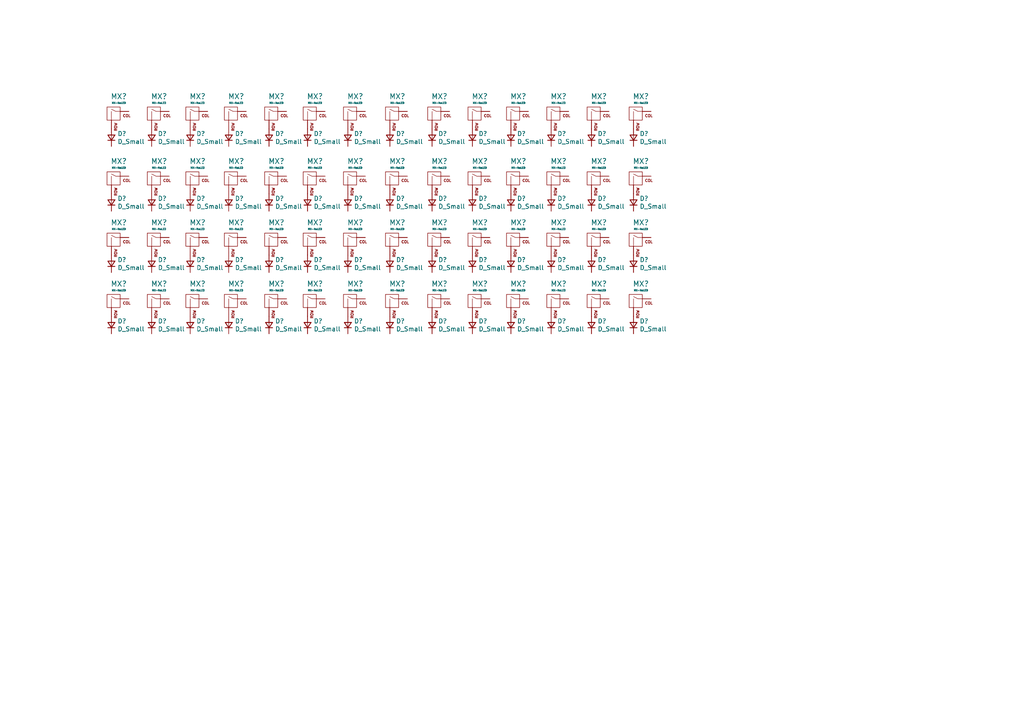
<source format=kicad_sch>
(kicad_sch (version 20200714) (host eeschema "(5.99.0-2318-gf1aa7e523)")
  (page 1 1)
  (paper "A4")
  (lib_symbols
    (symbol "mx:MX-NoLED"
      (property "Reference" "MX" (at -0.635 3.81 0))
      (property "Value" "MX-NoLED" (at -0.635 1.27 0))
      (symbol "MX-NoLED_0_0"
        (text "COL" (at 3.175 0 0) (effects (font (size 0.762 0.762))))
        (text "ROW" (at 0 -1.905 900) (effects (font (size 0.762 0.762)) (justify right)))
        (rectangle (start -2.54 2.54) (end 1.27 -1.27))
        (polyline (pts (xy -1.27 -1.27) (xy -1.27 1.27)) (stroke (width 0.127)))
        (polyline (pts (xy 1.27 1.27) (xy 0 1.27) (xy -1.27 1.905)) (stroke (width 0.127)))
      )
      (symbol "MX-NoLED_1_1"
        (pin passive line (at 3.81 1.27 180) (length 2.54) (name "COL") (number "1"))
        (pin passive line (at -1.27 -3.81 90) (length 2.54) (name "ROW") (number "2"))
      )
    )
    (symbol "res:D_Small" (pin_numbers hide) (pin_names (offset 0.254) hide)
      (property "Reference" "D" (at -1.27 2.032 0))
      (property "Value" "D_Small" (at -3.81 -2.032 0))
      (symbol "D_Small_0_1"
        (polyline (pts (xy -0.762 -1.016) (xy -0.762 1.016)) (stroke (width 0.254)))
        (polyline (pts (xy -0.762 0) (xy 0.762 0)))
        (polyline (pts (xy 0.762 -1.016) (xy -0.762 0) (xy 0.762 1.016) (xy 0.762 -1.016)) (stroke (width 0.254)))
      )
      (symbol "D_Small_1_1"
        (pin passive line (at -2.54 0 0) (length 1.778) (name "K") (number "1"))
        (pin passive line (at 2.54 0 180) (length 1.778) (name "A") (number "2"))
      )
    )
  )
  (symbol (lib_id "res:D_Small") (at 32.3088 39.9288 90) (unit 1)
    (property "Reference" "D?" (at 34.0869 38.7794 90) (effects (justify right)))
    (property "Value" "D_Small" (at 34.0869 41.0781 90) (effects (justify right)))
  )
  (symbol (lib_id "res:D_Small") (at 32.3088 58.7248 90) (unit 1)
    (property "Reference" "D?" (at 34.0869 57.5754 90) (effects (justify right)))
    (property "Value" "D_Small" (at 34.0869 59.8741 90) (effects (justify right)))
  )
  (symbol (lib_id "res:D_Small") (at 32.3088 76.5048 90) (unit 1)
    (property "Reference" "D?" (at 34.0869 75.3554 90) (effects (justify right)))
    (property "Value" "D_Small" (at 34.0869 77.6541 90) (effects (justify right)))
  )
  (symbol (lib_id "res:D_Small") (at 32.3088 94.2848 90) (unit 1)
    (property "Reference" "D?" (at 34.0869 93.1354 90) (effects (justify right)))
    (property "Value" "D_Small" (at 34.0869 95.4341 90) (effects (justify right)))
  )
  (symbol (lib_id "res:D_Small") (at 43.9928 39.9288 90) (unit 1)
    (property "Reference" "D?" (at 45.7709 38.7794 90) (effects (justify right)))
    (property "Value" "D_Small" (at 45.7709 41.0781 90) (effects (justify right)))
  )
  (symbol (lib_id "res:D_Small") (at 43.9928 58.7248 90) (unit 1)
    (property "Reference" "D?" (at 45.7709 57.5754 90) (effects (justify right)))
    (property "Value" "D_Small" (at 45.7709 59.8741 90) (effects (justify right)))
  )
  (symbol (lib_id "res:D_Small") (at 43.9928 76.5048 90) (unit 1)
    (property "Reference" "D?" (at 45.7709 75.3554 90) (effects (justify right)))
    (property "Value" "D_Small" (at 45.7709 77.6541 90) (effects (justify right)))
  )
  (symbol (lib_id "res:D_Small") (at 43.9928 94.2848 90) (unit 1)
    (property "Reference" "D?" (at 45.7709 93.1354 90) (effects (justify right)))
    (property "Value" "D_Small" (at 45.7709 95.4341 90) (effects (justify right)))
  )
  (symbol (lib_id "res:D_Small") (at 55.1688 39.9288 90) (unit 1)
    (property "Reference" "D?" (at 56.9469 38.7794 90) (effects (justify right)))
    (property "Value" "D_Small" (at 56.9469 41.0781 90) (effects (justify right)))
  )
  (symbol (lib_id "res:D_Small") (at 55.1688 58.7248 90) (unit 1)
    (property "Reference" "D?" (at 56.9469 57.5754 90) (effects (justify right)))
    (property "Value" "D_Small" (at 56.9469 59.8741 90) (effects (justify right)))
  )
  (symbol (lib_id "res:D_Small") (at 55.1688 76.5048 90) (unit 1)
    (property "Reference" "D?" (at 56.9469 75.3554 90) (effects (justify right)))
    (property "Value" "D_Small" (at 56.9469 77.6541 90) (effects (justify right)))
  )
  (symbol (lib_id "res:D_Small") (at 55.1688 94.2848 90) (unit 1)
    (property "Reference" "D?" (at 56.9469 93.1354 90) (effects (justify right)))
    (property "Value" "D_Small" (at 56.9469 95.4341 90) (effects (justify right)))
  )
  (symbol (lib_id "res:D_Small") (at 66.3448 39.9288 90) (unit 1)
    (property "Reference" "D?" (at 68.1229 38.7794 90) (effects (justify right)))
    (property "Value" "D_Small" (at 68.1229 41.0781 90) (effects (justify right)))
  )
  (symbol (lib_id "res:D_Small") (at 66.3448 58.7248 90) (unit 1)
    (property "Reference" "D?" (at 68.1229 57.5754 90) (effects (justify right)))
    (property "Value" "D_Small" (at 68.1229 59.8741 90) (effects (justify right)))
  )
  (symbol (lib_id "res:D_Small") (at 66.3448 76.5048 90) (unit 1)
    (property "Reference" "D?" (at 68.1229 75.3554 90) (effects (justify right)))
    (property "Value" "D_Small" (at 68.1229 77.6541 90) (effects (justify right)))
  )
  (symbol (lib_id "res:D_Small") (at 66.3448 94.2848 90) (unit 1)
    (property "Reference" "D?" (at 68.1229 93.1354 90) (effects (justify right)))
    (property "Value" "D_Small" (at 68.1229 95.4341 90) (effects (justify right)))
  )
  (symbol (lib_id "res:D_Small") (at 78.0288 39.9288 90) (unit 1)
    (property "Reference" "D?" (at 79.8069 38.7794 90) (effects (justify right)))
    (property "Value" "D_Small" (at 79.8069 41.0781 90) (effects (justify right)))
  )
  (symbol (lib_id "res:D_Small") (at 78.0288 58.7248 90) (unit 1)
    (property "Reference" "D?" (at 79.8069 57.5754 90) (effects (justify right)))
    (property "Value" "D_Small" (at 79.8069 59.8741 90) (effects (justify right)))
  )
  (symbol (lib_id "res:D_Small") (at 78.0288 76.5048 90) (unit 1)
    (property "Reference" "D?" (at 79.8069 75.3554 90) (effects (justify right)))
    (property "Value" "D_Small" (at 79.8069 77.6541 90) (effects (justify right)))
  )
  (symbol (lib_id "res:D_Small") (at 78.0288 94.2848 90) (unit 1)
    (property "Reference" "D?" (at 79.8069 93.1354 90) (effects (justify right)))
    (property "Value" "D_Small" (at 79.8069 95.4341 90) (effects (justify right)))
  )
  (symbol (lib_id "res:D_Small") (at 89.2048 39.9288 90) (unit 1)
    (property "Reference" "D?" (at 90.9829 38.7794 90) (effects (justify right)))
    (property "Value" "D_Small" (at 90.9829 41.0781 90) (effects (justify right)))
  )
  (symbol (lib_id "res:D_Small") (at 89.2048 58.7248 90) (unit 1)
    (property "Reference" "D?" (at 90.9829 57.5754 90) (effects (justify right)))
    (property "Value" "D_Small" (at 90.9829 59.8741 90) (effects (justify right)))
  )
  (symbol (lib_id "res:D_Small") (at 89.2048 76.5048 90) (unit 1)
    (property "Reference" "D?" (at 90.9829 75.3554 90) (effects (justify right)))
    (property "Value" "D_Small" (at 90.9829 77.6541 90) (effects (justify right)))
  )
  (symbol (lib_id "res:D_Small") (at 89.2048 94.2848 90) (unit 1)
    (property "Reference" "D?" (at 90.9829 93.1354 90) (effects (justify right)))
    (property "Value" "D_Small" (at 90.9829 95.4341 90) (effects (justify right)))
  )
  (symbol (lib_id "res:D_Small") (at 100.8888 39.9288 90) (unit 1)
    (property "Reference" "D?" (at 102.6669 38.7794 90) (effects (justify right)))
    (property "Value" "D_Small" (at 102.6669 41.0781 90) (effects (justify right)))
  )
  (symbol (lib_id "res:D_Small") (at 100.8888 58.7248 90) (unit 1)
    (property "Reference" "D?" (at 102.6669 57.5754 90) (effects (justify right)))
    (property "Value" "D_Small" (at 102.6669 59.8741 90) (effects (justify right)))
  )
  (symbol (lib_id "res:D_Small") (at 100.8888 76.5048 90) (unit 1)
    (property "Reference" "D?" (at 102.6669 75.3554 90) (effects (justify right)))
    (property "Value" "D_Small" (at 102.6669 77.6541 90) (effects (justify right)))
  )
  (symbol (lib_id "res:D_Small") (at 100.8888 94.2848 90) (unit 1)
    (property "Reference" "D?" (at 102.6669 93.1354 90) (effects (justify right)))
    (property "Value" "D_Small" (at 102.6669 95.4341 90) (effects (justify right)))
  )
  (symbol (lib_id "res:D_Small") (at 113.0808 39.9288 90) (unit 1)
    (property "Reference" "D?" (at 114.8589 38.7794 90) (effects (justify right)))
    (property "Value" "D_Small" (at 114.8589 41.0781 90) (effects (justify right)))
  )
  (symbol (lib_id "res:D_Small") (at 113.0808 58.7248 90) (unit 1)
    (property "Reference" "D?" (at 114.8589 57.5754 90) (effects (justify right)))
    (property "Value" "D_Small" (at 114.8589 59.8741 90) (effects (justify right)))
  )
  (symbol (lib_id "res:D_Small") (at 113.0808 76.5048 90) (unit 1)
    (property "Reference" "D?" (at 114.8589 75.3554 90) (effects (justify right)))
    (property "Value" "D_Small" (at 114.8589 77.6541 90) (effects (justify right)))
  )
  (symbol (lib_id "res:D_Small") (at 113.0808 94.2848 90) (unit 1)
    (property "Reference" "D?" (at 114.8589 93.1354 90) (effects (justify right)))
    (property "Value" "D_Small" (at 114.8589 95.4341 90) (effects (justify right)))
  )
  (symbol (lib_id "res:D_Small") (at 125.3236 39.9288 90) (unit 1)
    (property "Reference" "D?" (at 127.1017 38.7794 90) (effects (justify right)))
    (property "Value" "D_Small" (at 127.1017 41.0781 90) (effects (justify right)))
  )
  (symbol (lib_id "res:D_Small") (at 125.3236 58.7248 90) (unit 1)
    (property "Reference" "D?" (at 127.1017 57.5754 90) (effects (justify right)))
    (property "Value" "D_Small" (at 127.1017 59.8741 90) (effects (justify right)))
  )
  (symbol (lib_id "res:D_Small") (at 125.3236 76.5048 90) (unit 1)
    (property "Reference" "D?" (at 127.1017 75.3554 90) (effects (justify right)))
    (property "Value" "D_Small" (at 127.1017 77.6541 90) (effects (justify right)))
  )
  (symbol (lib_id "res:D_Small") (at 125.3236 94.2848 90) (unit 1)
    (property "Reference" "D?" (at 127.1017 93.1354 90) (effects (justify right)))
    (property "Value" "D_Small" (at 127.1017 95.4341 90) (effects (justify right)))
  )
  (symbol (lib_id "res:D_Small") (at 137.0076 39.9288 90) (unit 1)
    (property "Reference" "D?" (at 138.7857 38.7794 90) (effects (justify right)))
    (property "Value" "D_Small" (at 138.7857 41.0781 90) (effects (justify right)))
  )
  (symbol (lib_id "res:D_Small") (at 137.0076 58.7248 90) (unit 1)
    (property "Reference" "D?" (at 138.7857 57.5754 90) (effects (justify right)))
    (property "Value" "D_Small" (at 138.7857 59.8741 90) (effects (justify right)))
  )
  (symbol (lib_id "res:D_Small") (at 137.0076 76.5048 90) (unit 1)
    (property "Reference" "D?" (at 138.7857 75.3554 90) (effects (justify right)))
    (property "Value" "D_Small" (at 138.7857 77.6541 90) (effects (justify right)))
  )
  (symbol (lib_id "res:D_Small") (at 137.0076 94.2848 90) (unit 1)
    (property "Reference" "D?" (at 138.7857 93.1354 90) (effects (justify right)))
    (property "Value" "D_Small" (at 138.7857 95.4341 90) (effects (justify right)))
  )
  (symbol (lib_id "res:D_Small") (at 148.1836 39.9288 90) (unit 1)
    (property "Reference" "D?" (at 149.9617 38.7794 90) (effects (justify right)))
    (property "Value" "D_Small" (at 149.9617 41.0781 90) (effects (justify right)))
  )
  (symbol (lib_id "res:D_Small") (at 148.1836 58.7248 90) (unit 1)
    (property "Reference" "D?" (at 149.9617 57.5754 90) (effects (justify right)))
    (property "Value" "D_Small" (at 149.9617 59.8741 90) (effects (justify right)))
  )
  (symbol (lib_id "res:D_Small") (at 148.1836 76.5048 90) (unit 1)
    (property "Reference" "D?" (at 149.9617 75.3554 90) (effects (justify right)))
    (property "Value" "D_Small" (at 149.9617 77.6541 90) (effects (justify right)))
  )
  (symbol (lib_id "res:D_Small") (at 148.1836 94.2848 90) (unit 1)
    (property "Reference" "D?" (at 149.9617 93.1354 90) (effects (justify right)))
    (property "Value" "D_Small" (at 149.9617 95.4341 90) (effects (justify right)))
  )
  (symbol (lib_id "res:D_Small") (at 159.8676 39.9288 90) (unit 1)
    (property "Reference" "D?" (at 161.6457 38.7794 90) (effects (justify right)))
    (property "Value" "D_Small" (at 161.6457 41.0781 90) (effects (justify right)))
  )
  (symbol (lib_id "res:D_Small") (at 159.8676 58.7248 90) (unit 1)
    (property "Reference" "D?" (at 161.6457 57.5754 90) (effects (justify right)))
    (property "Value" "D_Small" (at 161.6457 59.8741 90) (effects (justify right)))
  )
  (symbol (lib_id "res:D_Small") (at 159.8676 76.5048 90) (unit 1)
    (property "Reference" "D?" (at 161.6457 75.3554 90) (effects (justify right)))
    (property "Value" "D_Small" (at 161.6457 77.6541 90) (effects (justify right)))
  )
  (symbol (lib_id "res:D_Small") (at 159.8676 94.2848 90) (unit 1)
    (property "Reference" "D?" (at 161.6457 93.1354 90) (effects (justify right)))
    (property "Value" "D_Small" (at 161.6457 95.4341 90) (effects (justify right)))
  )
  (symbol (lib_id "res:D_Small") (at 171.5516 39.9288 90) (unit 1)
    (property "Reference" "D?" (at 173.3297 38.7794 90) (effects (justify right)))
    (property "Value" "D_Small" (at 173.3297 41.0781 90) (effects (justify right)))
  )
  (symbol (lib_id "res:D_Small") (at 171.5516 58.7248 90) (unit 1)
    (property "Reference" "D?" (at 173.3297 57.5754 90) (effects (justify right)))
    (property "Value" "D_Small" (at 173.3297 59.8741 90) (effects (justify right)))
  )
  (symbol (lib_id "res:D_Small") (at 171.5516 76.5048 90) (unit 1)
    (property "Reference" "D?" (at 173.3297 75.3554 90) (effects (justify right)))
    (property "Value" "D_Small" (at 173.3297 77.6541 90) (effects (justify right)))
  )
  (symbol (lib_id "res:D_Small") (at 171.5516 94.2848 90) (unit 1)
    (property "Reference" "D?" (at 173.3297 93.1354 90) (effects (justify right)))
    (property "Value" "D_Small" (at 173.3297 95.4341 90) (effects (justify right)))
  )
  (symbol (lib_id "res:D_Small") (at 183.7436 39.9288 90) (unit 1)
    (property "Reference" "D?" (at 185.5217 38.7794 90) (effects (justify right)))
    (property "Value" "D_Small" (at 185.5217 41.0781 90) (effects (justify right)))
  )
  (symbol (lib_id "res:D_Small") (at 183.7436 58.7248 90) (unit 1)
    (property "Reference" "D?" (at 185.5217 57.5754 90) (effects (justify right)))
    (property "Value" "D_Small" (at 185.5217 59.8741 90) (effects (justify right)))
  )
  (symbol (lib_id "res:D_Small") (at 183.7436 76.5048 90) (unit 1)
    (property "Reference" "D?" (at 185.5217 75.3554 90) (effects (justify right)))
    (property "Value" "D_Small" (at 185.5217 77.6541 90) (effects (justify right)))
  )
  (symbol (lib_id "res:D_Small") (at 183.7436 94.2848 90) (unit 1)
    (property "Reference" "D?" (at 185.5217 93.1354 90) (effects (justify right)))
    (property "Value" "D_Small" (at 185.5217 95.4341 90) (effects (justify right)))
  )
  (symbol (lib_id "mx:MX-NoLED") (at 33.5788 33.5788 0) (unit 1)
    (property "Reference" "MX?" (at 34.4643 27.978 0) (effects (font (size 1.524 1.524))))
    (property "Value" "MX-NoLED" (at 34.4643 29.8677 0) (effects (font (size 0.508 0.508))))
  )
  (symbol (lib_id "mx:MX-NoLED") (at 33.5788 52.3748 0) (unit 1)
    (property "Reference" "MX?" (at 34.4643 46.774 0) (effects (font (size 1.524 1.524))))
    (property "Value" "MX-NoLED" (at 34.4643 48.6637 0) (effects (font (size 0.508 0.508))))
  )
  (symbol (lib_id "mx:MX-NoLED") (at 33.5788 70.1548 0) (unit 1)
    (property "Reference" "MX?" (at 34.4643 64.554 0) (effects (font (size 1.524 1.524))))
    (property "Value" "MX-NoLED" (at 34.4643 66.4437 0) (effects (font (size 0.508 0.508))))
  )
  (symbol (lib_id "mx:MX-NoLED") (at 33.5788 87.9348 0) (unit 1)
    (property "Reference" "MX?" (at 34.4643 82.334 0) (effects (font (size 1.524 1.524))))
    (property "Value" "MX-NoLED" (at 34.4643 84.2237 0) (effects (font (size 0.508 0.508))))
  )
  (symbol (lib_id "mx:MX-NoLED") (at 45.2628 33.5788 0) (unit 1)
    (property "Reference" "MX?" (at 46.1483 27.978 0) (effects (font (size 1.524 1.524))))
    (property "Value" "MX-NoLED" (at 46.1483 29.8677 0) (effects (font (size 0.508 0.508))))
  )
  (symbol (lib_id "mx:MX-NoLED") (at 45.2628 52.3748 0) (unit 1)
    (property "Reference" "MX?" (at 46.1483 46.774 0) (effects (font (size 1.524 1.524))))
    (property "Value" "MX-NoLED" (at 46.1483 48.6637 0) (effects (font (size 0.508 0.508))))
  )
  (symbol (lib_id "mx:MX-NoLED") (at 45.2628 70.1548 0) (unit 1)
    (property "Reference" "MX?" (at 46.1483 64.554 0) (effects (font (size 1.524 1.524))))
    (property "Value" "MX-NoLED" (at 46.1483 66.4437 0) (effects (font (size 0.508 0.508))))
  )
  (symbol (lib_id "mx:MX-NoLED") (at 45.2628 87.9348 0) (unit 1)
    (property "Reference" "MX?" (at 46.1483 82.334 0) (effects (font (size 1.524 1.524))))
    (property "Value" "MX-NoLED" (at 46.1483 84.2237 0) (effects (font (size 0.508 0.508))))
  )
  (symbol (lib_id "mx:MX-NoLED") (at 56.4388 33.5788 0) (unit 1)
    (property "Reference" "MX?" (at 57.3243 27.978 0) (effects (font (size 1.524 1.524))))
    (property "Value" "MX-NoLED" (at 57.3243 29.8677 0) (effects (font (size 0.508 0.508))))
  )
  (symbol (lib_id "mx:MX-NoLED") (at 56.4388 52.3748 0) (unit 1)
    (property "Reference" "MX?" (at 57.3243 46.774 0) (effects (font (size 1.524 1.524))))
    (property "Value" "MX-NoLED" (at 57.3243 48.6637 0) (effects (font (size 0.508 0.508))))
  )
  (symbol (lib_id "mx:MX-NoLED") (at 56.4388 70.1548 0) (unit 1)
    (property "Reference" "MX?" (at 57.3243 64.554 0) (effects (font (size 1.524 1.524))))
    (property "Value" "MX-NoLED" (at 57.3243 66.4437 0) (effects (font (size 0.508 0.508))))
  )
  (symbol (lib_id "mx:MX-NoLED") (at 56.4388 87.9348 0) (unit 1)
    (property "Reference" "MX?" (at 57.3243 82.334 0) (effects (font (size 1.524 1.524))))
    (property "Value" "MX-NoLED" (at 57.3243 84.2237 0) (effects (font (size 0.508 0.508))))
  )
  (symbol (lib_id "mx:MX-NoLED") (at 67.6148 33.5788 0) (unit 1)
    (property "Reference" "MX?" (at 68.5003 27.978 0) (effects (font (size 1.524 1.524))))
    (property "Value" "MX-NoLED" (at 68.5003 29.8677 0) (effects (font (size 0.508 0.508))))
  )
  (symbol (lib_id "mx:MX-NoLED") (at 67.6148 52.3748 0) (unit 1)
    (property "Reference" "MX?" (at 68.5003 46.774 0) (effects (font (size 1.524 1.524))))
    (property "Value" "MX-NoLED" (at 68.5003 48.6637 0) (effects (font (size 0.508 0.508))))
  )
  (symbol (lib_id "mx:MX-NoLED") (at 67.6148 70.1548 0) (unit 1)
    (property "Reference" "MX?" (at 68.5003 64.554 0) (effects (font (size 1.524 1.524))))
    (property "Value" "MX-NoLED" (at 68.5003 66.4437 0) (effects (font (size 0.508 0.508))))
  )
  (symbol (lib_id "mx:MX-NoLED") (at 67.6148 87.9348 0) (unit 1)
    (property "Reference" "MX?" (at 68.5003 82.334 0) (effects (font (size 1.524 1.524))))
    (property "Value" "MX-NoLED" (at 68.5003 84.2237 0) (effects (font (size 0.508 0.508))))
  )
  (symbol (lib_id "mx:MX-NoLED") (at 79.2988 33.5788 0) (unit 1)
    (property "Reference" "MX?" (at 80.1843 27.978 0) (effects (font (size 1.524 1.524))))
    (property "Value" "MX-NoLED" (at 80.1843 29.8677 0) (effects (font (size 0.508 0.508))))
  )
  (symbol (lib_id "mx:MX-NoLED") (at 79.2988 52.3748 0) (unit 1)
    (property "Reference" "MX?" (at 80.1843 46.774 0) (effects (font (size 1.524 1.524))))
    (property "Value" "MX-NoLED" (at 80.1843 48.6637 0) (effects (font (size 0.508 0.508))))
  )
  (symbol (lib_id "mx:MX-NoLED") (at 79.2988 70.1548 0) (unit 1)
    (property "Reference" "MX?" (at 80.1843 64.554 0) (effects (font (size 1.524 1.524))))
    (property "Value" "MX-NoLED" (at 80.1843 66.4437 0) (effects (font (size 0.508 0.508))))
  )
  (symbol (lib_id "mx:MX-NoLED") (at 79.2988 87.9348 0) (unit 1)
    (property "Reference" "MX?" (at 80.1843 82.334 0) (effects (font (size 1.524 1.524))))
    (property "Value" "MX-NoLED" (at 80.1843 84.2237 0) (effects (font (size 0.508 0.508))))
  )
  (symbol (lib_id "mx:MX-NoLED") (at 90.4748 33.5788 0) (unit 1)
    (property "Reference" "MX?" (at 91.3603 27.978 0) (effects (font (size 1.524 1.524))))
    (property "Value" "MX-NoLED" (at 91.3603 29.8677 0) (effects (font (size 0.508 0.508))))
  )
  (symbol (lib_id "mx:MX-NoLED") (at 90.4748 52.3748 0) (unit 1)
    (property "Reference" "MX?" (at 91.3603 46.774 0) (effects (font (size 1.524 1.524))))
    (property "Value" "MX-NoLED" (at 91.3603 48.6637 0) (effects (font (size 0.508 0.508))))
  )
  (symbol (lib_id "mx:MX-NoLED") (at 90.4748 70.1548 0) (unit 1)
    (property "Reference" "MX?" (at 91.3603 64.554 0) (effects (font (size 1.524 1.524))))
    (property "Value" "MX-NoLED" (at 91.3603 66.4437 0) (effects (font (size 0.508 0.508))))
  )
  (symbol (lib_id "mx:MX-NoLED") (at 90.4748 87.9348 0) (unit 1)
    (property "Reference" "MX?" (at 91.3603 82.334 0) (effects (font (size 1.524 1.524))))
    (property "Value" "MX-NoLED" (at 91.3603 84.2237 0) (effects (font (size 0.508 0.508))))
  )
  (symbol (lib_id "mx:MX-NoLED") (at 102.1588 33.5788 0) (unit 1)
    (property "Reference" "MX?" (at 103.0443 27.978 0) (effects (font (size 1.524 1.524))))
    (property "Value" "MX-NoLED" (at 103.0443 29.8677 0) (effects (font (size 0.508 0.508))))
  )
  (symbol (lib_id "mx:MX-NoLED") (at 102.1588 52.3748 0) (unit 1)
    (property "Reference" "MX?" (at 103.0443 46.774 0) (effects (font (size 1.524 1.524))))
    (property "Value" "MX-NoLED" (at 103.0443 48.6637 0) (effects (font (size 0.508 0.508))))
  )
  (symbol (lib_id "mx:MX-NoLED") (at 102.1588 70.1548 0) (unit 1)
    (property "Reference" "MX?" (at 103.0443 64.554 0) (effects (font (size 1.524 1.524))))
    (property "Value" "MX-NoLED" (at 103.0443 66.4437 0) (effects (font (size 0.508 0.508))))
  )
  (symbol (lib_id "mx:MX-NoLED") (at 102.1588 87.9348 0) (unit 1)
    (property "Reference" "MX?" (at 103.0443 82.334 0) (effects (font (size 1.524 1.524))))
    (property "Value" "MX-NoLED" (at 103.0443 84.2237 0) (effects (font (size 0.508 0.508))))
  )
  (symbol (lib_id "mx:MX-NoLED") (at 114.3508 33.5788 0) (unit 1)
    (property "Reference" "MX?" (at 115.2363 27.978 0) (effects (font (size 1.524 1.524))))
    (property "Value" "MX-NoLED" (at 115.2363 29.8677 0) (effects (font (size 0.508 0.508))))
  )
  (symbol (lib_id "mx:MX-NoLED") (at 114.3508 52.3748 0) (unit 1)
    (property "Reference" "MX?" (at 115.2363 46.774 0) (effects (font (size 1.524 1.524))))
    (property "Value" "MX-NoLED" (at 115.2363 48.6637 0) (effects (font (size 0.508 0.508))))
  )
  (symbol (lib_id "mx:MX-NoLED") (at 114.3508 70.1548 0) (unit 1)
    (property "Reference" "MX?" (at 115.2363 64.554 0) (effects (font (size 1.524 1.524))))
    (property "Value" "MX-NoLED" (at 115.2363 66.4437 0) (effects (font (size 0.508 0.508))))
  )
  (symbol (lib_id "mx:MX-NoLED") (at 114.3508 87.9348 0) (unit 1)
    (property "Reference" "MX?" (at 115.2363 82.334 0) (effects (font (size 1.524 1.524))))
    (property "Value" "MX-NoLED" (at 115.2363 84.2237 0) (effects (font (size 0.508 0.508))))
  )
  (symbol (lib_id "mx:MX-NoLED") (at 126.5936 33.5788 0) (unit 1)
    (property "Reference" "MX?" (at 127.4791 27.978 0) (effects (font (size 1.524 1.524))))
    (property "Value" "MX-NoLED" (at 127.4791 29.8677 0) (effects (font (size 0.508 0.508))))
  )
  (symbol (lib_id "mx:MX-NoLED") (at 126.5936 52.3748 0) (unit 1)
    (property "Reference" "MX?" (at 127.4791 46.774 0) (effects (font (size 1.524 1.524))))
    (property "Value" "MX-NoLED" (at 127.4791 48.6637 0) (effects (font (size 0.508 0.508))))
  )
  (symbol (lib_id "mx:MX-NoLED") (at 126.5936 70.1548 0) (unit 1)
    (property "Reference" "MX?" (at 127.4791 64.554 0) (effects (font (size 1.524 1.524))))
    (property "Value" "MX-NoLED" (at 127.4791 66.4437 0) (effects (font (size 0.508 0.508))))
  )
  (symbol (lib_id "mx:MX-NoLED") (at 126.5936 87.9348 0) (unit 1)
    (property "Reference" "MX?" (at 127.4791 82.334 0) (effects (font (size 1.524 1.524))))
    (property "Value" "MX-NoLED" (at 127.4791 84.2237 0) (effects (font (size 0.508 0.508))))
  )
  (symbol (lib_id "mx:MX-NoLED") (at 138.2776 33.5788 0) (unit 1)
    (property "Reference" "MX?" (at 139.1631 27.978 0) (effects (font (size 1.524 1.524))))
    (property "Value" "MX-NoLED" (at 139.1631 29.8677 0) (effects (font (size 0.508 0.508))))
  )
  (symbol (lib_id "mx:MX-NoLED") (at 138.2776 52.3748 0) (unit 1)
    (property "Reference" "MX?" (at 139.1631 46.774 0) (effects (font (size 1.524 1.524))))
    (property "Value" "MX-NoLED" (at 139.1631 48.6637 0) (effects (font (size 0.508 0.508))))
  )
  (symbol (lib_id "mx:MX-NoLED") (at 138.2776 70.1548 0) (unit 1)
    (property "Reference" "MX?" (at 139.1631 64.554 0) (effects (font (size 1.524 1.524))))
    (property "Value" "MX-NoLED" (at 139.1631 66.4437 0) (effects (font (size 0.508 0.508))))
  )
  (symbol (lib_id "mx:MX-NoLED") (at 138.2776 87.9348 0) (unit 1)
    (property "Reference" "MX?" (at 139.1631 82.334 0) (effects (font (size 1.524 1.524))))
    (property "Value" "MX-NoLED" (at 139.1631 84.2237 0) (effects (font (size 0.508 0.508))))
  )
  (symbol (lib_id "mx:MX-NoLED") (at 149.4536 33.5788 0) (unit 1)
    (property "Reference" "MX?" (at 150.3391 27.978 0) (effects (font (size 1.524 1.524))))
    (property "Value" "MX-NoLED" (at 150.3391 29.8677 0) (effects (font (size 0.508 0.508))))
  )
  (symbol (lib_id "mx:MX-NoLED") (at 149.4536 52.3748 0) (unit 1)
    (property "Reference" "MX?" (at 150.3391 46.774 0) (effects (font (size 1.524 1.524))))
    (property "Value" "MX-NoLED" (at 150.3391 48.6637 0) (effects (font (size 0.508 0.508))))
  )
  (symbol (lib_id "mx:MX-NoLED") (at 149.4536 70.1548 0) (unit 1)
    (property "Reference" "MX?" (at 150.3391 64.554 0) (effects (font (size 1.524 1.524))))
    (property "Value" "MX-NoLED" (at 150.3391 66.4437 0) (effects (font (size 0.508 0.508))))
  )
  (symbol (lib_id "mx:MX-NoLED") (at 149.4536 87.9348 0) (unit 1)
    (property "Reference" "MX?" (at 150.3391 82.334 0) (effects (font (size 1.524 1.524))))
    (property "Value" "MX-NoLED" (at 150.3391 84.2237 0) (effects (font (size 0.508 0.508))))
  )
  (symbol (lib_id "mx:MX-NoLED") (at 161.1376 33.5788 0) (unit 1)
    (property "Reference" "MX?" (at 162.0231 27.978 0) (effects (font (size 1.524 1.524))))
    (property "Value" "MX-NoLED" (at 162.0231 29.8677 0) (effects (font (size 0.508 0.508))))
  )
  (symbol (lib_id "mx:MX-NoLED") (at 161.1376 52.3748 0) (unit 1)
    (property "Reference" "MX?" (at 162.0231 46.774 0) (effects (font (size 1.524 1.524))))
    (property "Value" "MX-NoLED" (at 162.0231 48.6637 0) (effects (font (size 0.508 0.508))))
  )
  (symbol (lib_id "mx:MX-NoLED") (at 161.1376 70.1548 0) (unit 1)
    (property "Reference" "MX?" (at 162.0231 64.554 0) (effects (font (size 1.524 1.524))))
    (property "Value" "MX-NoLED" (at 162.0231 66.4437 0) (effects (font (size 0.508 0.508))))
  )
  (symbol (lib_id "mx:MX-NoLED") (at 161.1376 87.9348 0) (unit 1)
    (property "Reference" "MX?" (at 162.0231 82.334 0) (effects (font (size 1.524 1.524))))
    (property "Value" "MX-NoLED" (at 162.0231 84.2237 0) (effects (font (size 0.508 0.508))))
  )
  (symbol (lib_id "mx:MX-NoLED") (at 172.8216 33.5788 0) (unit 1)
    (property "Reference" "MX?" (at 173.7071 27.978 0) (effects (font (size 1.524 1.524))))
    (property "Value" "MX-NoLED" (at 173.7071 29.8677 0) (effects (font (size 0.508 0.508))))
  )
  (symbol (lib_id "mx:MX-NoLED") (at 172.8216 52.3748 0) (unit 1)
    (property "Reference" "MX?" (at 173.7071 46.774 0) (effects (font (size 1.524 1.524))))
    (property "Value" "MX-NoLED" (at 173.7071 48.6637 0) (effects (font (size 0.508 0.508))))
  )
  (symbol (lib_id "mx:MX-NoLED") (at 172.8216 70.1548 0) (unit 1)
    (property "Reference" "MX?" (at 173.7071 64.554 0) (effects (font (size 1.524 1.524))))
    (property "Value" "MX-NoLED" (at 173.7071 66.4437 0) (effects (font (size 0.508 0.508))))
  )
  (symbol (lib_id "mx:MX-NoLED") (at 172.8216 87.9348 0) (unit 1)
    (property "Reference" "MX?" (at 173.7071 82.334 0) (effects (font (size 1.524 1.524))))
    (property "Value" "MX-NoLED" (at 173.7071 84.2237 0) (effects (font (size 0.508 0.508))))
  )
  (symbol (lib_id "mx:MX-NoLED") (at 185.0136 33.5788 0) (unit 1)
    (property "Reference" "MX?" (at 185.8991 27.978 0) (effects (font (size 1.524 1.524))))
    (property "Value" "MX-NoLED" (at 185.8991 29.8677 0) (effects (font (size 0.508 0.508))))
  )
  (symbol (lib_id "mx:MX-NoLED") (at 185.0136 52.3748 0) (unit 1)
    (property "Reference" "MX?" (at 185.8991 46.774 0) (effects (font (size 1.524 1.524))))
    (property "Value" "MX-NoLED" (at 185.8991 48.6637 0) (effects (font (size 0.508 0.508))))
  )
  (symbol (lib_id "mx:MX-NoLED") (at 185.0136 70.1548 0) (unit 1)
    (property "Reference" "MX?" (at 185.8991 64.554 0) (effects (font (size 1.524 1.524))))
    (property "Value" "MX-NoLED" (at 185.8991 66.4437 0) (effects (font (size 0.508 0.508))))
  )
  (symbol (lib_id "mx:MX-NoLED") (at 185.0136 87.9348 0) (unit 1)
    (property "Reference" "MX?" (at 185.8991 82.334 0) (effects (font (size 1.524 1.524))))
    (property "Value" "MX-NoLED" (at 185.8991 84.2237 0) (effects (font (size 0.508 0.508))))
  )
)
</source>
